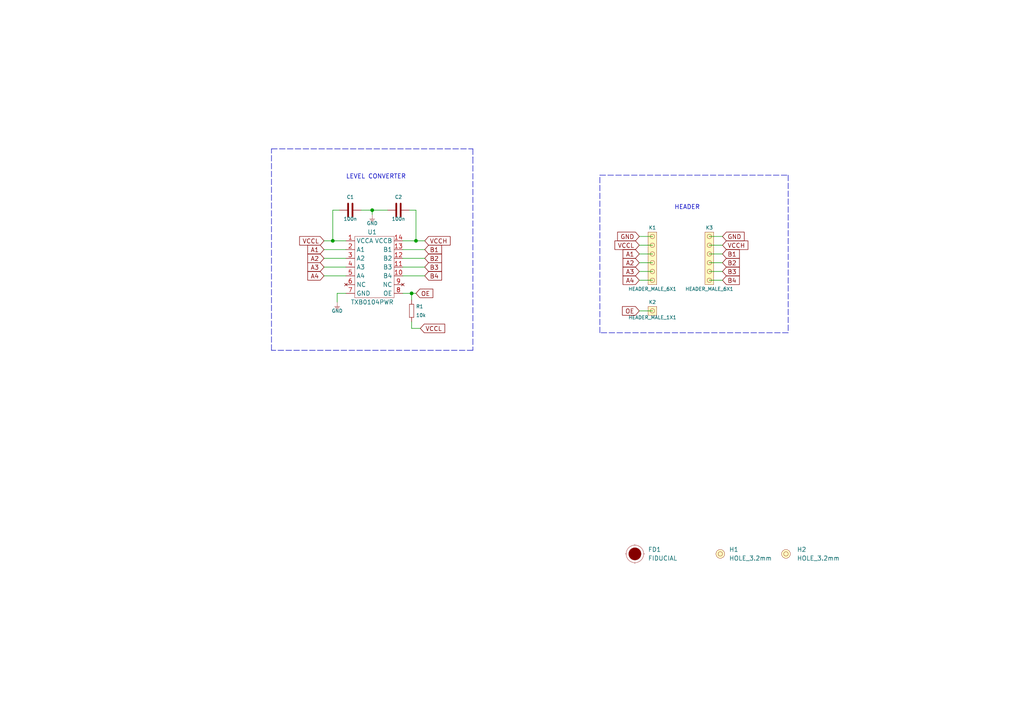
<source format=kicad_sch>
(kicad_sch (version 20211123) (generator eeschema)

  (uuid b92d3455-ff43-4e94-9eb5-f7f5d82b6c94)

  (paper "A4")

  (title_block
    (title "IC level converter")
    (date "2021-04-21")
    (rev "v1.0.0.")
    (company "SOLDERED")
    (comment 1 "333095")
  )

  (lib_symbols
    (symbol "e-radionica.com schematics:0603C" (pin_numbers hide) (pin_names (offset 0.002)) (in_bom yes) (on_board yes)
      (property "Reference" "C" (id 0) (at -0.635 3.175 0)
        (effects (font (size 1 1)))
      )
      (property "Value" "0603C" (id 1) (at 0 -3.175 0)
        (effects (font (size 1 1)))
      )
      (property "Footprint" "e-radionica.com footprinti:0603C" (id 2) (at 0 0 0)
        (effects (font (size 1 1)) hide)
      )
      (property "Datasheet" "" (id 3) (at 0 0 0)
        (effects (font (size 1 1)) hide)
      )
      (symbol "0603C_0_1"
        (polyline
          (pts
            (xy -0.635 1.905)
            (xy -0.635 -1.905)
          )
          (stroke (width 0.5) (type default) (color 0 0 0 0))
          (fill (type none))
        )
        (polyline
          (pts
            (xy 0.635 1.905)
            (xy 0.635 -1.905)
          )
          (stroke (width 0.5) (type default) (color 0 0 0 0))
          (fill (type none))
        )
      )
      (symbol "0603C_1_1"
        (pin passive line (at -3.175 0 0) (length 2.54)
          (name "~" (effects (font (size 1.27 1.27))))
          (number "1" (effects (font (size 1.27 1.27))))
        )
        (pin passive line (at 3.175 0 180) (length 2.54)
          (name "~" (effects (font (size 1.27 1.27))))
          (number "2" (effects (font (size 1.27 1.27))))
        )
      )
    )
    (symbol "e-radionica.com schematics:0603R" (pin_numbers hide) (pin_names (offset 0.254)) (in_bom yes) (on_board yes)
      (property "Reference" "R" (id 0) (at -1.905 1.905 0)
        (effects (font (size 1 1)))
      )
      (property "Value" "0603R" (id 1) (at 0 -1.905 0)
        (effects (font (size 1 1)))
      )
      (property "Footprint" "e-radionica.com footprinti:0603R" (id 2) (at -0.635 1.905 0)
        (effects (font (size 1 1)) hide)
      )
      (property "Datasheet" "" (id 3) (at -0.635 1.905 0)
        (effects (font (size 1 1)) hide)
      )
      (symbol "0603R_0_1"
        (rectangle (start -1.905 -0.635) (end 1.905 -0.6604)
          (stroke (width 0.1) (type default) (color 0 0 0 0))
          (fill (type none))
        )
        (rectangle (start -1.905 0.635) (end -1.8796 -0.635)
          (stroke (width 0.1) (type default) (color 0 0 0 0))
          (fill (type none))
        )
        (rectangle (start -1.905 0.635) (end 1.905 0.6096)
          (stroke (width 0.1) (type default) (color 0 0 0 0))
          (fill (type none))
        )
        (rectangle (start 1.905 0.635) (end 1.9304 -0.635)
          (stroke (width 0.1) (type default) (color 0 0 0 0))
          (fill (type none))
        )
      )
      (symbol "0603R_1_1"
        (pin passive line (at -3.175 0 0) (length 1.27)
          (name "~" (effects (font (size 1.27 1.27))))
          (number "1" (effects (font (size 1.27 1.27))))
        )
        (pin passive line (at 3.175 0 180) (length 1.27)
          (name "~" (effects (font (size 1.27 1.27))))
          (number "2" (effects (font (size 1.27 1.27))))
        )
      )
    )
    (symbol "e-radionica.com schematics:FIDUCIAL" (in_bom yes) (on_board yes)
      (property "Reference" "FD" (id 0) (at 0 3.81 0)
        (effects (font (size 1.27 1.27)))
      )
      (property "Value" "FIDUCIAL" (id 1) (at 0 -3.81 0)
        (effects (font (size 1.27 1.27)))
      )
      (property "Footprint" "e-radionica.com footprinti:FIDUCIAL_23" (id 2) (at 0.254 -5.334 0)
        (effects (font (size 1.27 1.27)) hide)
      )
      (property "Datasheet" "" (id 3) (at 0 0 0)
        (effects (font (size 1.27 1.27)) hide)
      )
      (symbol "FIDUCIAL_0_1"
        (polyline
          (pts
            (xy -2.54 0)
            (xy -2.794 0)
          )
          (stroke (width 0.0006) (type default) (color 0 0 0 0))
          (fill (type none))
        )
        (polyline
          (pts
            (xy 0 -2.54)
            (xy 0 -2.794)
          )
          (stroke (width 0.0006) (type default) (color 0 0 0 0))
          (fill (type none))
        )
        (polyline
          (pts
            (xy 0 2.54)
            (xy 0 2.794)
          )
          (stroke (width 0.0006) (type default) (color 0 0 0 0))
          (fill (type none))
        )
        (polyline
          (pts
            (xy 2.54 0)
            (xy 2.794 0)
          )
          (stroke (width 0.0006) (type default) (color 0 0 0 0))
          (fill (type none))
        )
        (circle (center 0 0) (radius 1.7961)
          (stroke (width 0.001) (type default) (color 0 0 0 0))
          (fill (type outline))
        )
        (circle (center 0 0) (radius 2.54)
          (stroke (width 0.0006) (type default) (color 0 0 0 0))
          (fill (type none))
        )
      )
    )
    (symbol "e-radionica.com schematics:GND" (power) (pin_names (offset 0)) (in_bom yes) (on_board yes)
      (property "Reference" "#PWR" (id 0) (at 4.445 0 0)
        (effects (font (size 1 1)) hide)
      )
      (property "Value" "GND" (id 1) (at 0 -2.921 0)
        (effects (font (size 1 1)))
      )
      (property "Footprint" "" (id 2) (at 4.445 3.81 0)
        (effects (font (size 1 1)) hide)
      )
      (property "Datasheet" "" (id 3) (at 4.445 3.81 0)
        (effects (font (size 1 1)) hide)
      )
      (property "ki_keywords" "power-flag" (id 4) (at 0 0 0)
        (effects (font (size 1.27 1.27)) hide)
      )
      (property "ki_description" "Power symbol creates a global label with name \"+3V3\"" (id 5) (at 0 0 0)
        (effects (font (size 1.27 1.27)) hide)
      )
      (symbol "GND_0_1"
        (polyline
          (pts
            (xy -0.762 -1.27)
            (xy 0.762 -1.27)
          )
          (stroke (width 0.0006) (type default) (color 0 0 0 0))
          (fill (type none))
        )
        (polyline
          (pts
            (xy -0.635 -1.524)
            (xy 0.635 -1.524)
          )
          (stroke (width 0.0006) (type default) (color 0 0 0 0))
          (fill (type none))
        )
        (polyline
          (pts
            (xy -0.381 -1.778)
            (xy 0.381 -1.778)
          )
          (stroke (width 0.0006) (type default) (color 0 0 0 0))
          (fill (type none))
        )
        (polyline
          (pts
            (xy -0.127 -2.032)
            (xy 0.127 -2.032)
          )
          (stroke (width 0.0006) (type default) (color 0 0 0 0))
          (fill (type none))
        )
        (polyline
          (pts
            (xy 0 0)
            (xy 0 -1.27)
          )
          (stroke (width 0.0006) (type default) (color 0 0 0 0))
          (fill (type none))
        )
      )
      (symbol "GND_1_1"
        (pin power_in line (at 0 0 270) (length 0) hide
          (name "GND" (effects (font (size 1.27 1.27))))
          (number "1" (effects (font (size 1.27 1.27))))
        )
      )
    )
    (symbol "e-radionica.com schematics:HEADER_MALE_1X1" (pin_numbers hide) (pin_names hide) (in_bom yes) (on_board yes)
      (property "Reference" "K" (id 0) (at -0.635 2.54 0)
        (effects (font (size 1 1)))
      )
      (property "Value" "HEADER_MALE_1X1" (id 1) (at 0 -2.54 0)
        (effects (font (size 1 1)))
      )
      (property "Footprint" "e-radionica.com footprinti:HEADER_MALE_1X1" (id 2) (at 0 0 0)
        (effects (font (size 1 1)) hide)
      )
      (property "Datasheet" "" (id 3) (at 0 0 0)
        (effects (font (size 1 1)) hide)
      )
      (symbol "HEADER_MALE_1X1_0_1"
        (rectangle (start -1.27 1.27) (end 1.27 -1.27)
          (stroke (width 0.001) (type default) (color 0 0 0 0))
          (fill (type background))
        )
        (circle (center 0 0) (radius 0.635)
          (stroke (width 0.0006) (type default) (color 0 0 0 0))
          (fill (type none))
        )
      )
      (symbol "HEADER_MALE_1X1_1_1"
        (pin passive line (at 0 0 180) (length 0)
          (name "~" (effects (font (size 1 1))))
          (number "1" (effects (font (size 1 1))))
        )
      )
    )
    (symbol "e-radionica.com schematics:HEADER_MALE_6X1" (pin_numbers hide) (pin_names hide) (in_bom yes) (on_board yes)
      (property "Reference" "K" (id 0) (at -0.635 10.16 0)
        (effects (font (size 1 1)))
      )
      (property "Value" "HEADER_MALE_6X1" (id 1) (at 1.27 -7.62 0)
        (effects (font (size 1 1)))
      )
      (property "Footprint" "e-radionica.com footprinti:HEADER_MALE_6X1" (id 2) (at 0 0 0)
        (effects (font (size 1 1)) hide)
      )
      (property "Datasheet" "" (id 3) (at 0 0 0)
        (effects (font (size 1 1)) hide)
      )
      (symbol "HEADER_MALE_6X1_0_1"
        (circle (center 0 -5.08) (radius 0.635)
          (stroke (width 0.0006) (type default) (color 0 0 0 0))
          (fill (type none))
        )
        (circle (center 0 -2.54) (radius 0.635)
          (stroke (width 0.0006) (type default) (color 0 0 0 0))
          (fill (type none))
        )
        (circle (center 0 0) (radius 0.635)
          (stroke (width 0.0006) (type default) (color 0 0 0 0))
          (fill (type none))
        )
        (circle (center 0 2.54) (radius 0.635)
          (stroke (width 0.0006) (type default) (color 0 0 0 0))
          (fill (type none))
        )
        (circle (center 0 5.08) (radius 0.635)
          (stroke (width 0.0006) (type default) (color 0 0 0 0))
          (fill (type none))
        )
        (circle (center 0 7.62) (radius 0.635)
          (stroke (width 0.0006) (type default) (color 0 0 0 0))
          (fill (type none))
        )
        (rectangle (start 1.27 -6.35) (end -1.27 8.89)
          (stroke (width 0.001) (type default) (color 0 0 0 0))
          (fill (type background))
        )
      )
      (symbol "HEADER_MALE_6X1_1_1"
        (pin passive line (at 0 -5.08 180) (length 0)
          (name "~" (effects (font (size 0.991 0.991))))
          (number "1" (effects (font (size 0.991 0.991))))
        )
        (pin passive line (at 0 -2.54 180) (length 0)
          (name "~" (effects (font (size 0.991 0.991))))
          (number "2" (effects (font (size 0.991 0.991))))
        )
        (pin passive line (at 0 0 180) (length 0)
          (name "~" (effects (font (size 0.991 0.991))))
          (number "3" (effects (font (size 0.991 0.991))))
        )
        (pin passive line (at 0 2.54 180) (length 0)
          (name "~" (effects (font (size 0.991 0.991))))
          (number "4" (effects (font (size 0.991 0.991))))
        )
        (pin passive line (at 0 5.08 180) (length 0)
          (name "~" (effects (font (size 0.991 0.991))))
          (number "5" (effects (font (size 0.991 0.991))))
        )
        (pin passive line (at 0 7.62 180) (length 0)
          (name "~" (effects (font (size 0.991 0.991))))
          (number "6" (effects (font (size 0.991 0.991))))
        )
      )
    )
    (symbol "e-radionica.com schematics:HOLE_3.2mm" (pin_numbers hide) (pin_names hide) (in_bom yes) (on_board yes)
      (property "Reference" "H" (id 0) (at 0 2.54 0)
        (effects (font (size 1.27 1.27)))
      )
      (property "Value" "HOLE_3.2mm" (id 1) (at 0 -2.54 0)
        (effects (font (size 1.27 1.27)))
      )
      (property "Footprint" "e-radionica.com footprinti:HOLE_3.2mm" (id 2) (at 0 0 0)
        (effects (font (size 1.27 1.27)) hide)
      )
      (property "Datasheet" "" (id 3) (at 0 0 0)
        (effects (font (size 1.27 1.27)) hide)
      )
      (symbol "HOLE_3.2mm_0_1"
        (circle (center 0 0) (radius 0.635)
          (stroke (width 0.0006) (type default) (color 0 0 0 0))
          (fill (type none))
        )
        (circle (center 0 0) (radius 1.27)
          (stroke (width 0.001) (type default) (color 0 0 0 0))
          (fill (type background))
        )
      )
    )
    (symbol "e-radionica.com schematics:TXB0104QPWRQ1" (in_bom yes) (on_board yes)
      (property "Reference" "U" (id 0) (at 0 8.89 0)
        (effects (font (size 1.27 1.27)))
      )
      (property "Value" "TXB0104QPWRQ1" (id 1) (at 0 -11.43 0)
        (effects (font (size 1.27 1.27)))
      )
      (property "Footprint" "e-radionica.com footprinti:TXB0104QPWRQ1" (id 2) (at 0 -13.97 0)
        (effects (font (size 1.27 1.27)) hide)
      )
      (property "Datasheet" "" (id 3) (at 0 0 0)
        (effects (font (size 1.27 1.27)) hide)
      )
      (symbol "TXB0104QPWRQ1_0_1"
        (rectangle (start -5.08 7.62) (end 6.35 -10.16)
          (stroke (width 0.0006) (type default) (color 0 0 0 0))
          (fill (type none))
        )
      )
      (symbol "TXB0104QPWRQ1_1_1"
        (pin power_in line (at -7.62 6.35 0) (length 2.54)
          (name "VCCA" (effects (font (size 1.27 1.27))))
          (number "1" (effects (font (size 1.27 1.27))))
        )
        (pin passive line (at 8.89 -3.81 180) (length 2.54)
          (name "B4" (effects (font (size 1.27 1.27))))
          (number "10" (effects (font (size 1.27 1.27))))
        )
        (pin passive line (at 8.89 -1.27 180) (length 2.54)
          (name "B3" (effects (font (size 1.27 1.27))))
          (number "11" (effects (font (size 1.27 1.27))))
        )
        (pin passive line (at 8.89 1.27 180) (length 2.54)
          (name "B2" (effects (font (size 1.27 1.27))))
          (number "12" (effects (font (size 1.27 1.27))))
        )
        (pin passive line (at 8.89 3.81 180) (length 2.54)
          (name "B1" (effects (font (size 1.27 1.27))))
          (number "13" (effects (font (size 1.27 1.27))))
        )
        (pin power_out line (at 8.89 6.35 180) (length 2.54)
          (name "VCCB" (effects (font (size 1.27 1.27))))
          (number "14" (effects (font (size 1.27 1.27))))
        )
        (pin passive line (at -7.62 3.81 0) (length 2.54)
          (name "A1" (effects (font (size 1.27 1.27))))
          (number "2" (effects (font (size 1.27 1.27))))
        )
        (pin passive line (at -7.62 1.27 0) (length 2.54)
          (name "A2" (effects (font (size 1.27 1.27))))
          (number "3" (effects (font (size 1.27 1.27))))
        )
        (pin passive line (at -7.62 -1.27 0) (length 2.54)
          (name "A3" (effects (font (size 1.27 1.27))))
          (number "4" (effects (font (size 1.27 1.27))))
        )
        (pin passive line (at -7.62 -3.81 0) (length 2.54)
          (name "A4" (effects (font (size 1.27 1.27))))
          (number "5" (effects (font (size 1.27 1.27))))
        )
        (pin no_connect line (at -7.62 -6.35 0) (length 2.54)
          (name "NC" (effects (font (size 1.27 1.27))))
          (number "6" (effects (font (size 1.27 1.27))))
        )
        (pin passive line (at -7.62 -8.89 0) (length 2.54)
          (name "GND" (effects (font (size 1.27 1.27))))
          (number "7" (effects (font (size 1.27 1.27))))
        )
        (pin passive line (at 8.89 -8.89 180) (length 2.54)
          (name "OE" (effects (font (size 1.27 1.27))))
          (number "8" (effects (font (size 1.27 1.27))))
        )
        (pin no_connect line (at 8.89 -6.35 180) (length 2.54)
          (name "NC" (effects (font (size 1.27 1.27))))
          (number "9" (effects (font (size 1.27 1.27))))
        )
      )
    )
  )

  (junction (at 107.95 60.96) (diameter 0.9144) (color 0 0 0 0)
    (uuid 2d6db888-4e40-41c8-b701-07170fc894bc)
  )
  (junction (at 120.65 69.85) (diameter 0.9144) (color 0 0 0 0)
    (uuid 5528bcad-2950-4673-90eb-c37e6952c475)
  )
  (junction (at 96.52 69.85) (diameter 0.9144) (color 0 0 0 0)
    (uuid 66043bca-a260-4915-9fce-8a51d324c687)
  )
  (junction (at 119.38 85.09) (diameter 0.9144) (color 0 0 0 0)
    (uuid 7bbf981c-a063-4e30-8911-e4228e1c0743)
  )

  (wire (pts (xy 118.745 60.96) (xy 120.65 60.96))
    (stroke (width 0) (type solid) (color 0 0 0 0))
    (uuid 08037e00-239d-44e0-ac5b-47db2a8353af)
  )
  (wire (pts (xy 120.65 60.96) (xy 120.65 69.85))
    (stroke (width 0) (type solid) (color 0 0 0 0))
    (uuid 08037e00-239d-44e0-ac5b-47db2a8353b0)
  )
  (wire (pts (xy 185.42 78.74) (xy 189.23 78.74))
    (stroke (width 0) (type solid) (color 0 0 0 0))
    (uuid 0d2a2b8e-9bbe-43a5-8da1-420d39b3b54e)
  )
  (wire (pts (xy 119.38 93.345) (xy 119.38 95.25))
    (stroke (width 0) (type solid) (color 0 0 0 0))
    (uuid 0d6f86c1-924f-4cc9-8be3-d97e13daf9ad)
  )
  (wire (pts (xy 205.74 71.12) (xy 209.55 71.12))
    (stroke (width 0) (type solid) (color 0 0 0 0))
    (uuid 1a7a8465-18b0-4c53-8328-7c10608db5a9)
  )
  (wire (pts (xy 96.52 60.96) (xy 98.425 60.96))
    (stroke (width 0) (type solid) (color 0 0 0 0))
    (uuid 1a87c123-a658-4098-b2c1-cc9cc8ecd348)
  )
  (wire (pts (xy 93.98 77.47) (xy 100.33 77.47))
    (stroke (width 0) (type solid) (color 0 0 0 0))
    (uuid 202633ac-e6e7-4f46-a760-390c99b04637)
  )
  (polyline (pts (xy 78.74 43.18) (xy 137.16 43.18))
    (stroke (width 0) (type dash) (color 0 0 0 0))
    (uuid 21a542c6-5454-4e12-9abd-f343748beabd)
  )
  (polyline (pts (xy 78.74 101.6) (xy 78.74 43.18))
    (stroke (width 0) (type dash) (color 0 0 0 0))
    (uuid 21a542c6-5454-4e12-9abd-f343748beabe)
  )
  (polyline (pts (xy 137.16 43.18) (xy 137.16 45.72))
    (stroke (width 0) (type dash) (color 0 0 0 0))
    (uuid 21a542c6-5454-4e12-9abd-f343748beabf)
  )
  (polyline (pts (xy 137.16 45.72) (xy 137.16 101.6))
    (stroke (width 0) (type dash) (color 0 0 0 0))
    (uuid 21a542c6-5454-4e12-9abd-f343748beac0)
  )
  (polyline (pts (xy 137.16 101.6) (xy 78.74 101.6))
    (stroke (width 0) (type dash) (color 0 0 0 0))
    (uuid 21a542c6-5454-4e12-9abd-f343748beac1)
  )

  (wire (pts (xy 116.84 74.93) (xy 123.19 74.93))
    (stroke (width 0) (type solid) (color 0 0 0 0))
    (uuid 267a8733-f9a3-432f-940b-edefd826fb63)
  )
  (wire (pts (xy 116.84 77.47) (xy 123.19 77.47))
    (stroke (width 0) (type solid) (color 0 0 0 0))
    (uuid 2c7a98c1-0bca-422e-8af8-bee489b8d492)
  )
  (wire (pts (xy 97.79 85.09) (xy 97.79 87.63))
    (stroke (width 0) (type solid) (color 0 0 0 0))
    (uuid 2d704423-3b15-4e20-a692-567ed9c66bf3)
  )
  (wire (pts (xy 100.33 85.09) (xy 97.79 85.09))
    (stroke (width 0) (type solid) (color 0 0 0 0))
    (uuid 2d704423-3b15-4e20-a692-567ed9c66bf4)
  )
  (wire (pts (xy 104.775 60.96) (xy 107.95 60.96))
    (stroke (width 0) (type solid) (color 0 0 0 0))
    (uuid 32856f45-ff00-4e47-b23c-3b7a07ec3952)
  )
  (wire (pts (xy 185.42 68.58) (xy 189.23 68.58))
    (stroke (width 0) (type solid) (color 0 0 0 0))
    (uuid 3cfdce38-9279-4873-a40d-5d81f0a312d5)
  )
  (wire (pts (xy 93.98 72.39) (xy 100.33 72.39))
    (stroke (width 0) (type solid) (color 0 0 0 0))
    (uuid 4551dd1e-f383-49fb-822d-382bcc5ba079)
  )
  (wire (pts (xy 116.84 69.85) (xy 120.65 69.85))
    (stroke (width 0) (type solid) (color 0 0 0 0))
    (uuid 4ba19037-dfb3-468c-b125-1369432d3173)
  )
  (wire (pts (xy 120.65 69.85) (xy 123.19 69.85))
    (stroke (width 0) (type solid) (color 0 0 0 0))
    (uuid 4ba19037-dfb3-468c-b125-1369432d3174)
  )
  (wire (pts (xy 93.98 74.93) (xy 100.33 74.93))
    (stroke (width 0) (type solid) (color 0 0 0 0))
    (uuid 4c401285-a8cc-4d34-88a5-e98994a5550d)
  )
  (wire (pts (xy 107.95 60.96) (xy 107.95 62.23))
    (stroke (width 0) (type solid) (color 0 0 0 0))
    (uuid 4cb46c2b-2130-453b-96a4-4b761a87bee2)
  )
  (wire (pts (xy 112.395 60.96) (xy 107.95 60.96))
    (stroke (width 0) (type solid) (color 0 0 0 0))
    (uuid 4cb46c2b-2130-453b-96a4-4b761a87bee3)
  )
  (wire (pts (xy 116.84 72.39) (xy 123.19 72.39))
    (stroke (width 0) (type solid) (color 0 0 0 0))
    (uuid 57b04498-b57a-4831-8cc8-dda9f822e87a)
  )
  (wire (pts (xy 96.52 69.85) (xy 100.33 69.85))
    (stroke (width 0) (type solid) (color 0 0 0 0))
    (uuid 60db580b-d63e-4f88-b96e-76e97acd174e)
  )
  (wire (pts (xy 205.74 68.58) (xy 209.55 68.58))
    (stroke (width 0) (type solid) (color 0 0 0 0))
    (uuid 6992a737-d864-44cf-8439-cfd781176884)
  )
  (wire (pts (xy 185.42 76.2) (xy 189.23 76.2))
    (stroke (width 0) (type solid) (color 0 0 0 0))
    (uuid 859da3d2-62a9-41ac-bc4f-4544c473efa7)
  )
  (wire (pts (xy 93.98 80.01) (xy 100.33 80.01))
    (stroke (width 0) (type solid) (color 0 0 0 0))
    (uuid 8614b4e7-7aef-4756-9422-20768361d933)
  )
  (wire (pts (xy 116.84 85.09) (xy 119.38 85.09))
    (stroke (width 0) (type solid) (color 0 0 0 0))
    (uuid 86e0c7ac-fc8e-4ad0-af0d-9d04646af318)
  )
  (wire (pts (xy 119.38 85.09) (xy 119.38 86.995))
    (stroke (width 0) (type solid) (color 0 0 0 0))
    (uuid 86e0c7ac-fc8e-4ad0-af0d-9d04646af319)
  )
  (wire (pts (xy 185.42 73.66) (xy 189.23 73.66))
    (stroke (width 0) (type solid) (color 0 0 0 0))
    (uuid 9b92b5db-8291-4cce-9aeb-c7ba44e5d954)
  )
  (wire (pts (xy 119.38 85.09) (xy 120.65 85.09))
    (stroke (width 0) (type solid) (color 0 0 0 0))
    (uuid 9d2b7cfb-8182-4760-b5f9-47afa45c758c)
  )
  (wire (pts (xy 119.38 95.25) (xy 121.92 95.25))
    (stroke (width 0) (type solid) (color 0 0 0 0))
    (uuid 9eeae554-4ea4-40e3-a8f7-34040b634a27)
  )
  (wire (pts (xy 205.74 78.74) (xy 209.55 78.74))
    (stroke (width 0) (type solid) (color 0 0 0 0))
    (uuid af9d1d60-4320-4da0-94b8-832995557ddc)
  )
  (wire (pts (xy 205.74 76.2) (xy 209.55 76.2))
    (stroke (width 0) (type solid) (color 0 0 0 0))
    (uuid b50a352c-008d-4418-9296-4ec10dcea641)
  )
  (polyline (pts (xy 173.99 50.8) (xy 228.6 50.8))
    (stroke (width 0) (type dash) (color 0 0 0 0))
    (uuid c33f8c79-ce85-4a1d-845b-5efd21ec0d6c)
  )
  (polyline (pts (xy 173.99 96.52) (xy 173.99 50.8))
    (stroke (width 0) (type dash) (color 0 0 0 0))
    (uuid c33f8c79-ce85-4a1d-845b-5efd21ec0d6d)
  )
  (polyline (pts (xy 228.6 50.8) (xy 228.6 96.52))
    (stroke (width 0) (type dash) (color 0 0 0 0))
    (uuid c33f8c79-ce85-4a1d-845b-5efd21ec0d6e)
  )
  (polyline (pts (xy 228.6 96.52) (xy 173.99 96.52))
    (stroke (width 0) (type dash) (color 0 0 0 0))
    (uuid c33f8c79-ce85-4a1d-845b-5efd21ec0d6f)
  )

  (wire (pts (xy 205.74 73.66) (xy 209.55 73.66))
    (stroke (width 0) (type solid) (color 0 0 0 0))
    (uuid c662a511-65a5-4706-b3a7-134ecaf204d8)
  )
  (wire (pts (xy 116.84 80.01) (xy 123.19 80.01))
    (stroke (width 0) (type solid) (color 0 0 0 0))
    (uuid ca1196e8-6333-4871-8e4c-602f76336079)
  )
  (wire (pts (xy 185.42 71.12) (xy 189.23 71.12))
    (stroke (width 0) (type solid) (color 0 0 0 0))
    (uuid ca2ab8ff-6fbf-4aa3-97e8-b56999720c23)
  )
  (wire (pts (xy 185.42 90.17) (xy 189.23 90.17))
    (stroke (width 0) (type solid) (color 0 0 0 0))
    (uuid dccb9578-e735-4e8f-8c88-3a4c084ad192)
  )
  (wire (pts (xy 205.74 81.28) (xy 209.55 81.28))
    (stroke (width 0) (type solid) (color 0 0 0 0))
    (uuid e9392ccc-df5d-4e19-8a16-32bd02b07a6e)
  )
  (wire (pts (xy 96.52 60.96) (xy 96.52 69.85))
    (stroke (width 0) (type solid) (color 0 0 0 0))
    (uuid fb1480f1-695c-468d-85b4-591bd2711a5e)
  )
  (wire (pts (xy 96.52 69.85) (xy 93.98 69.85))
    (stroke (width 0) (type solid) (color 0 0 0 0))
    (uuid fb1480f1-695c-468d-85b4-591bd2711a5f)
  )
  (wire (pts (xy 185.42 81.28) (xy 189.23 81.28))
    (stroke (width 0) (type solid) (color 0 0 0 0))
    (uuid fc7e881b-0b33-48f3-ad9c-49824c18d085)
  )

  (text "HEADER" (at 195.58 60.96 0)
    (effects (font (size 1.27 1.27)) (justify left bottom))
    (uuid 92078b2f-8484-4cfa-8955-6027603b9f21)
  )
  (text "LEVEL CONVERTER" (at 100.33 52.07 0)
    (effects (font (size 1.27 1.27)) (justify left bottom))
    (uuid eff462b6-895e-4bef-9733-2aae7d032f07)
  )

  (global_label "A4" (shape input) (at 93.98 80.01 180)
    (effects (font (size 1.27 1.27)) (justify right))
    (uuid 2219c41e-8ef5-4d1f-bc4b-46f87a4c081b)
    (property "Intersheet References" "${INTERSHEET_REFS}" (id 0) (at 87.7448 79.9306 0)
      (effects (font (size 1.27 1.27)) (justify right) hide)
    )
  )
  (global_label "B3" (shape input) (at 123.19 77.47 0)
    (effects (font (size 1.27 1.27)) (justify left))
    (uuid 349ee487-1783-4f62-8eb0-469a4fd66cb5)
    (property "Intersheet References" "${INTERSHEET_REFS}" (id 0) (at 129.6066 77.3906 0)
      (effects (font (size 1.27 1.27)) (justify left) hide)
    )
  )
  (global_label "VCCH" (shape input) (at 209.55 71.12 0)
    (effects (font (size 1.27 1.27)) (justify left))
    (uuid 3a656b04-2b44-40ce-9953-876211996fc8)
    (property "Intersheet References" "${INTERSHEET_REFS}" (id 0) (at 218.4461 71.0406 0)
      (effects (font (size 1.27 1.27)) (justify left) hide)
    )
  )
  (global_label "A3" (shape input) (at 185.42 78.74 180)
    (effects (font (size 1.27 1.27)) (justify right))
    (uuid 4544eb3d-ab4c-4df8-bd1e-b7d8b8f7c497)
    (property "Intersheet References" "${INTERSHEET_REFS}" (id 0) (at 179.1848 78.6606 0)
      (effects (font (size 1.27 1.27)) (justify right) hide)
    )
  )
  (global_label "VCCL" (shape input) (at 93.98 69.85 180)
    (effects (font (size 1.27 1.27)) (justify right))
    (uuid 577863d0-9467-4dd6-a757-8caec4db228e)
    (property "Intersheet References" "${INTERSHEET_REFS}" (id 0) (at 85.3862 69.7706 0)
      (effects (font (size 1.27 1.27)) (justify right) hide)
    )
  )
  (global_label "B3" (shape input) (at 209.55 78.74 0)
    (effects (font (size 1.27 1.27)) (justify left))
    (uuid 5ba72a34-69ab-4dd7-ac08-4fc10be23708)
    (property "Intersheet References" "${INTERSHEET_REFS}" (id 0) (at 215.9666 78.6606 0)
      (effects (font (size 1.27 1.27)) (justify left) hide)
    )
  )
  (global_label "B4" (shape input) (at 123.19 80.01 0)
    (effects (font (size 1.27 1.27)) (justify left))
    (uuid 5ca717f8-0eb4-4d8f-9690-c0235df247d4)
    (property "Intersheet References" "${INTERSHEET_REFS}" (id 0) (at 129.6066 79.9306 0)
      (effects (font (size 1.27 1.27)) (justify left) hide)
    )
  )
  (global_label "OE" (shape input) (at 120.65 85.09 0)
    (effects (font (size 1.27 1.27)) (justify left))
    (uuid 5cdc9145-b66f-4c58-af5e-e45498fc350e)
    (property "Intersheet References" "${INTERSHEET_REFS}" (id 0) (at 127.0666 85.0106 0)
      (effects (font (size 1.27 1.27)) (justify left) hide)
    )
  )
  (global_label "GND" (shape input) (at 185.42 68.58 180)
    (effects (font (size 1.27 1.27)) (justify right))
    (uuid 629b68fd-a11e-4218-a985-b030ce409f9c)
    (property "Intersheet References" "${INTERSHEET_REFS}" (id 0) (at 177.6124 68.6594 0)
      (effects (font (size 1.27 1.27)) (justify right) hide)
    )
  )
  (global_label "A2" (shape input) (at 185.42 76.2 180)
    (effects (font (size 1.27 1.27)) (justify right))
    (uuid 6aacb6da-41da-40d0-8eb7-3cc2a8ba1e7f)
    (property "Intersheet References" "${INTERSHEET_REFS}" (id 0) (at 179.1848 76.1206 0)
      (effects (font (size 1.27 1.27)) (justify right) hide)
    )
  )
  (global_label "B2" (shape input) (at 123.19 74.93 0)
    (effects (font (size 1.27 1.27)) (justify left))
    (uuid 773ec75f-1efc-4309-aede-1f824e54d184)
    (property "Intersheet References" "${INTERSHEET_REFS}" (id 0) (at 129.6066 74.8506 0)
      (effects (font (size 1.27 1.27)) (justify left) hide)
    )
  )
  (global_label "B4" (shape input) (at 209.55 81.28 0)
    (effects (font (size 1.27 1.27)) (justify left))
    (uuid 8301a2e1-6bb9-465c-af3a-7c322c50fccd)
    (property "Intersheet References" "${INTERSHEET_REFS}" (id 0) (at 215.9666 81.2006 0)
      (effects (font (size 1.27 1.27)) (justify left) hide)
    )
  )
  (global_label "B2" (shape input) (at 209.55 76.2 0)
    (effects (font (size 1.27 1.27)) (justify left))
    (uuid 89ae776d-cc52-45a9-834b-9b3b09040d53)
    (property "Intersheet References" "${INTERSHEET_REFS}" (id 0) (at 215.9666 76.1206 0)
      (effects (font (size 1.27 1.27)) (justify left) hide)
    )
  )
  (global_label "B1" (shape input) (at 209.55 73.66 0)
    (effects (font (size 1.27 1.27)) (justify left))
    (uuid 8b1a3698-8bfa-44f6-a745-bd409de072af)
    (property "Intersheet References" "${INTERSHEET_REFS}" (id 0) (at 215.9666 73.5806 0)
      (effects (font (size 1.27 1.27)) (justify left) hide)
    )
  )
  (global_label "VCCL" (shape input) (at 185.42 71.12 180)
    (effects (font (size 1.27 1.27)) (justify right))
    (uuid 8da2f5c5-0291-4681-8099-272450c79568)
    (property "Intersheet References" "${INTERSHEET_REFS}" (id 0) (at 176.8262 71.0406 0)
      (effects (font (size 1.27 1.27)) (justify right) hide)
    )
  )
  (global_label "VCCL" (shape input) (at 121.92 95.25 0)
    (effects (font (size 1.27 1.27)) (justify left))
    (uuid 91cf1ed4-572b-4148-8f4c-be7d70b0f9df)
    (property "Intersheet References" "${INTERSHEET_REFS}" (id 0) (at 130.5138 95.3294 0)
      (effects (font (size 1.27 1.27)) (justify left) hide)
    )
  )
  (global_label "A2" (shape input) (at 93.98 74.93 180)
    (effects (font (size 1.27 1.27)) (justify right))
    (uuid 99daf828-034c-442a-a2dc-203e61a36205)
    (property "Intersheet References" "${INTERSHEET_REFS}" (id 0) (at 87.7448 74.8506 0)
      (effects (font (size 1.27 1.27)) (justify right) hide)
    )
  )
  (global_label "B1" (shape input) (at 123.19 72.39 0)
    (effects (font (size 1.27 1.27)) (justify left))
    (uuid a3f38751-9b43-4b0c-8f86-233d09957a68)
    (property "Intersheet References" "${INTERSHEET_REFS}" (id 0) (at 129.6066 72.3106 0)
      (effects (font (size 1.27 1.27)) (justify left) hide)
    )
  )
  (global_label "VCCH" (shape input) (at 123.19 69.85 0)
    (effects (font (size 1.27 1.27)) (justify left))
    (uuid a7ee79a0-abe4-45f8-a120-49c5991acd8a)
    (property "Intersheet References" "${INTERSHEET_REFS}" (id 0) (at 132.0861 69.7706 0)
      (effects (font (size 1.27 1.27)) (justify left) hide)
    )
  )
  (global_label "GND" (shape input) (at 209.55 68.58 0)
    (effects (font (size 1.27 1.27)) (justify left))
    (uuid b4e2c7ea-a1de-498c-9bf8-30c9991b42e2)
    (property "Intersheet References" "${INTERSHEET_REFS}" (id 0) (at 217.3576 68.5006 0)
      (effects (font (size 1.27 1.27)) (justify left) hide)
    )
  )
  (global_label "A3" (shape input) (at 93.98 77.47 180)
    (effects (font (size 1.27 1.27)) (justify right))
    (uuid b5ff50d2-7b29-4177-b2f7-a1d4ae7751b9)
    (property "Intersheet References" "${INTERSHEET_REFS}" (id 0) (at 87.7448 77.3906 0)
      (effects (font (size 1.27 1.27)) (justify right) hide)
    )
  )
  (global_label "OE" (shape input) (at 185.42 90.17 180)
    (effects (font (size 1.27 1.27)) (justify right))
    (uuid c16022a7-16cb-461e-a2d8-97c38547407c)
    (property "Intersheet References" "${INTERSHEET_REFS}" (id 0) (at 179.0034 90.2494 0)
      (effects (font (size 1.27 1.27)) (justify right) hide)
    )
  )
  (global_label "A1" (shape input) (at 185.42 73.66 180)
    (effects (font (size 1.27 1.27)) (justify right))
    (uuid c757bc98-a55d-4390-858b-4754231ed268)
    (property "Intersheet References" "${INTERSHEET_REFS}" (id 0) (at 179.1848 73.5806 0)
      (effects (font (size 1.27 1.27)) (justify right) hide)
    )
  )
  (global_label "A4" (shape input) (at 185.42 81.28 180)
    (effects (font (size 1.27 1.27)) (justify right))
    (uuid e37339da-b11c-43dc-aa1a-7e03aff76c51)
    (property "Intersheet References" "${INTERSHEET_REFS}" (id 0) (at 179.1848 81.2006 0)
      (effects (font (size 1.27 1.27)) (justify right) hide)
    )
  )
  (global_label "A1" (shape input) (at 93.98 72.39 180)
    (effects (font (size 1.27 1.27)) (justify right))
    (uuid ef73e620-2e0c-4790-94b4-e9fd3442ce9e)
    (property "Intersheet References" "${INTERSHEET_REFS}" (id 0) (at 87.7448 72.3106 0)
      (effects (font (size 1.27 1.27)) (justify right) hide)
    )
  )

  (symbol (lib_id "e-radionica.com schematics:0603C") (at 115.57 60.96 0) (unit 1)
    (in_bom yes) (on_board yes)
    (uuid 15585ec5-00ac-4cec-853c-d450488cfcda)
    (property "Reference" "C2" (id 0) (at 115.57 57.15 0)
      (effects (font (size 1 1)))
    )
    (property "Value" "100n" (id 1) (at 115.57 63.5 0)
      (effects (font (size 1 1)))
    )
    (property "Footprint" "e-radionica.com footprinti:0603C" (id 2) (at 115.57 60.96 0)
      (effects (font (size 1 1)) hide)
    )
    (property "Datasheet" "" (id 3) (at 115.57 60.96 0)
      (effects (font (size 1 1)) hide)
    )
    (pin "1" (uuid c0410316-1bc7-4ee5-ae92-3a2ce9bbc711))
    (pin "2" (uuid fb4c43bb-5b57-47ac-b34a-446def152a74))
  )

  (symbol (lib_id "e-radionica.com schematics:GND") (at 107.95 62.23 0) (unit 1)
    (in_bom yes) (on_board yes)
    (uuid 15ccd8e2-1b1f-4516-8782-de2a939b9ad7)
    (property "Reference" "#PWR02" (id 0) (at 112.395 62.23 0)
      (effects (font (size 1 1)) hide)
    )
    (property "Value" "GND" (id 1) (at 107.95 64.77 0)
      (effects (font (size 1 1)))
    )
    (property "Footprint" "" (id 2) (at 112.395 58.42 0)
      (effects (font (size 1 1)) hide)
    )
    (property "Datasheet" "" (id 3) (at 112.395 58.42 0)
      (effects (font (size 1 1)) hide)
    )
    (pin "1" (uuid 6ddff08c-c804-4f7f-97fb-0168d04526f5))
  )

  (symbol (lib_id "e-radionica.com schematics:HEADER_MALE_6X1") (at 189.23 76.2 0) (unit 1)
    (in_bom yes) (on_board yes)
    (uuid 33e9a83d-336c-4cfd-9d4d-08d8375c0c5c)
    (property "Reference" "K1" (id 0) (at 189.23 66.04 0)
      (effects (font (size 1 1)))
    )
    (property "Value" "HEADER_MALE_6X1" (id 1) (at 189.23 83.82 0)
      (effects (font (size 1 1)))
    )
    (property "Footprint" "e-radionica.com footprinti:HEADER_MALE_6X1" (id 2) (at 189.23 76.2 0)
      (effects (font (size 1 1)) hide)
    )
    (property "Datasheet" "" (id 3) (at 189.23 76.2 0)
      (effects (font (size 1 1)) hide)
    )
    (pin "1" (uuid cbcc797d-5e50-4ca1-adec-345a1f45ec45))
    (pin "2" (uuid 20a8a9c0-2398-4408-862d-c8d197a3d960))
    (pin "3" (uuid babbe0f4-3717-48f8-b1bf-5d850dfcca56))
    (pin "4" (uuid f595d142-bb1b-4916-bd6b-f4b10dca2e76))
    (pin "5" (uuid 26692131-2b52-48d6-bc7e-f2c51408252b))
    (pin "6" (uuid 47378b9f-c7e9-4077-a187-c25a9af830a7))
  )

  (symbol (lib_id "e-radionica.com schematics:FIDUCIAL") (at 184.15 160.655 0) (unit 1)
    (in_bom yes) (on_board yes) (fields_autoplaced)
    (uuid 3914c5fb-2e98-4c97-b412-fc0555f67032)
    (property "Reference" "FD1" (id 0) (at 187.96 159.3849 0)
      (effects (font (size 1.27 1.27)) (justify left))
    )
    (property "Value" "FIDUCIAL" (id 1) (at 187.96 161.9249 0)
      (effects (font (size 1.27 1.27)) (justify left))
    )
    (property "Footprint" "e-radionica.com footprinti:FIDUCIAL_23" (id 2) (at 184.404 165.989 0)
      (effects (font (size 1.27 1.27)) hide)
    )
    (property "Datasheet" "" (id 3) (at 184.15 160.655 0)
      (effects (font (size 1.27 1.27)) hide)
    )
  )

  (symbol (lib_id "e-radionica.com schematics:HOLE_3.2mm") (at 227.965 160.655 0) (unit 1)
    (in_bom yes) (on_board yes)
    (uuid 5b25ca97-eae6-4c3b-b915-2f1fd111a1d3)
    (property "Reference" "H2" (id 0) (at 231.14 159.385 0)
      (effects (font (size 1.27 1.27)) (justify left))
    )
    (property "Value" "HOLE_3.2mm" (id 1) (at 231.14 161.925 0)
      (effects (font (size 1.27 1.27)) (justify left))
    )
    (property "Footprint" "e-radionica.com footprinti:HOLE_3.2mm" (id 2) (at 227.965 160.655 0)
      (effects (font (size 1.27 1.27)) hide)
    )
    (property "Datasheet" "" (id 3) (at 227.965 160.655 0)
      (effects (font (size 1.27 1.27)) hide)
    )
  )

  (symbol (lib_id "e-radionica.com schematics:HEADER_MALE_1X1") (at 189.23 90.17 0) (unit 1)
    (in_bom yes) (on_board yes)
    (uuid 6fea04c5-97a2-4c52-9476-46ded98a2a72)
    (property "Reference" "K2" (id 0) (at 189.23 87.63 0)
      (effects (font (size 1 1)))
    )
    (property "Value" "HEADER_MALE_1X1" (id 1) (at 189.23 92.075 0)
      (effects (font (size 1 1)))
    )
    (property "Footprint" "e-radionica.com footprinti:HEADER_MALE_1X1" (id 2) (at 189.23 90.17 0)
      (effects (font (size 1 1)) hide)
    )
    (property "Datasheet" "" (id 3) (at 189.23 90.17 0)
      (effects (font (size 1 1)) hide)
    )
    (pin "1" (uuid 92d6ab4e-2396-45c0-abb5-119e69f9f887))
  )

  (symbol (lib_id "e-radionica.com schematics:TXB0104QPWRQ1") (at 107.95 76.2 0) (unit 1)
    (in_bom yes) (on_board yes)
    (uuid 7fa5a67f-7c63-4cc5-ba8e-9ac41544b7e4)
    (property "Reference" "U1" (id 0) (at 107.95 67.31 0))
    (property "Value" "TXB0104PWR" (id 1) (at 107.95 87.63 0))
    (property "Footprint" "e-radionica.com footprinti:TXB0104QPWRQ1" (id 2) (at 107.95 76.2 0)
      (effects (font (size 1.27 1.27)) hide)
    )
    (property "Datasheet" "" (id 3) (at 107.95 76.2 0)
      (effects (font (size 1.27 1.27)) hide)
    )
    (pin "1" (uuid 4a555185-3374-458a-9002-45886f57f7ea))
    (pin "10" (uuid 89aa83af-3043-414d-bae1-94bace2e2964))
    (pin "11" (uuid 2e720adf-2c9f-4568-8c86-755ec27f17b6))
    (pin "12" (uuid 34aa1a00-8064-46d5-8e64-429409aafd62))
    (pin "13" (uuid 08cb2d65-5b7a-40a3-b97f-be16b3e294db))
    (pin "14" (uuid 820f5399-6ac8-4292-b52e-dd40367efbe8))
    (pin "2" (uuid 01b53e16-83a6-456f-85fc-3965ca4dcac7))
    (pin "3" (uuid b6c375b9-7bb8-4dfa-bff4-b31d4bd13780))
    (pin "4" (uuid 54f1c655-bd25-448d-b550-881e43759581))
    (pin "5" (uuid 3c3501f5-7eec-4614-88cb-38984221667a))
    (pin "6" (uuid a9770ae2-f88f-4b7a-a86b-45f69ed4c87e))
    (pin "7" (uuid cb4a7013-f8a0-4fd4-a654-3003f3968453))
    (pin "8" (uuid 3dc14d4b-2d43-4bb9-a80f-6a2ef8f9de18))
    (pin "9" (uuid d2665d7f-781f-4ee2-9290-e70f2a70d60e))
  )

  (symbol (lib_id "e-radionica.com schematics:HOLE_3.2mm") (at 208.915 160.655 0) (unit 1)
    (in_bom yes) (on_board yes)
    (uuid 84c63d72-f47d-49ed-a3ac-5c856c55a73f)
    (property "Reference" "H1" (id 0) (at 211.455 159.385 0)
      (effects (font (size 1.27 1.27)) (justify left))
    )
    (property "Value" "HOLE_3.2mm" (id 1) (at 211.455 161.925 0)
      (effects (font (size 1.27 1.27)) (justify left))
    )
    (property "Footprint" "e-radionica.com footprinti:HOLE_3.2mm" (id 2) (at 208.915 160.655 0)
      (effects (font (size 1.27 1.27)) hide)
    )
    (property "Datasheet" "" (id 3) (at 208.915 160.655 0)
      (effects (font (size 1.27 1.27)) hide)
    )
  )

  (symbol (lib_id "e-radionica.com schematics:0603R") (at 119.38 90.17 90) (unit 1)
    (in_bom yes) (on_board yes)
    (uuid 874f8287-190b-471d-a06f-901ba31521de)
    (property "Reference" "R1" (id 0) (at 120.65 88.9 90)
      (effects (font (size 1 1)) (justify right))
    )
    (property "Value" "10k" (id 1) (at 120.65 91.44 90)
      (effects (font (size 1 1)) (justify right))
    )
    (property "Footprint" "e-radionica.com footprinti:0603R" (id 2) (at 117.475 90.805 0)
      (effects (font (size 1 1)) hide)
    )
    (property "Datasheet" "" (id 3) (at 117.475 90.805 0)
      (effects (font (size 1 1)) hide)
    )
    (pin "1" (uuid 38f223a6-1916-44ba-996f-61a26f229bf9))
    (pin "2" (uuid 44f700e4-d93b-4c65-b15c-8e0e5bf01648))
  )

  (symbol (lib_id "e-radionica.com schematics:GND") (at 97.79 87.63 0) (unit 1)
    (in_bom yes) (on_board yes)
    (uuid 89051230-e978-4b70-bb15-bd75dacca771)
    (property "Reference" "#PWR01" (id 0) (at 102.235 87.63 0)
      (effects (font (size 1 1)) hide)
    )
    (property "Value" "GND" (id 1) (at 97.79 90.17 0)
      (effects (font (size 1 1)))
    )
    (property "Footprint" "" (id 2) (at 102.235 83.82 0)
      (effects (font (size 1 1)) hide)
    )
    (property "Datasheet" "" (id 3) (at 102.235 83.82 0)
      (effects (font (size 1 1)) hide)
    )
    (pin "1" (uuid 6ddff08c-c804-4f7f-97fb-0168d04526f4))
  )

  (symbol (lib_id "e-radionica.com schematics:0603C") (at 101.6 60.96 0) (unit 1)
    (in_bom yes) (on_board yes)
    (uuid a1c6ea23-4c71-4acf-ad70-5bcbf6668430)
    (property "Reference" "C1" (id 0) (at 101.6 57.15 0)
      (effects (font (size 1 1)))
    )
    (property "Value" "100n" (id 1) (at 101.6 63.5 0)
      (effects (font (size 1 1)))
    )
    (property "Footprint" "e-radionica.com footprinti:0603C" (id 2) (at 101.6 60.96 0)
      (effects (font (size 1 1)) hide)
    )
    (property "Datasheet" "" (id 3) (at 101.6 60.96 0)
      (effects (font (size 1 1)) hide)
    )
    (pin "1" (uuid c0410316-1bc7-4ee5-ae92-3a2ce9bbc710))
    (pin "2" (uuid fb4c43bb-5b57-47ac-b34a-446def152a73))
  )

  (symbol (lib_id "e-radionica.com schematics:HEADER_MALE_6X1") (at 205.74 76.2 0) (unit 1)
    (in_bom yes) (on_board yes)
    (uuid e8e3f6a7-cbe4-4d82-bad5-73bb67b50217)
    (property "Reference" "K3" (id 0) (at 205.74 66.04 0)
      (effects (font (size 1 1)))
    )
    (property "Value" "HEADER_MALE_6X1" (id 1) (at 205.74 83.82 0)
      (effects (font (size 1 1)))
    )
    (property "Footprint" "e-radionica.com footprinti:HEADER_MALE_6X1" (id 2) (at 205.74 76.2 0)
      (effects (font (size 1 1)) hide)
    )
    (property "Datasheet" "" (id 3) (at 205.74 76.2 0)
      (effects (font (size 1 1)) hide)
    )
    (pin "1" (uuid 93476da0-a4de-4574-8636-ead87aac2302))
    (pin "2" (uuid 5dad0765-c4d0-4e41-b381-4e7d208c5670))
    (pin "3" (uuid 69edc3f8-24b8-49b9-b6bf-f5f104e148fe))
    (pin "4" (uuid 9b38ae2f-6ea0-4da7-9424-90b16ba0670f))
    (pin "5" (uuid a865c8c7-544c-41ac-a7d7-6a18274dbac5))
    (pin "6" (uuid 644d139c-eaa3-4fbb-a0de-6a1fbeef2512))
  )

  (sheet_instances
    (path "/" (page "1"))
  )

  (symbol_instances
    (path "/89051230-e978-4b70-bb15-bd75dacca771"
      (reference "#PWR01") (unit 1) (value "GND") (footprint "")
    )
    (path "/15ccd8e2-1b1f-4516-8782-de2a939b9ad7"
      (reference "#PWR02") (unit 1) (value "GND") (footprint "")
    )
    (path "/a1c6ea23-4c71-4acf-ad70-5bcbf6668430"
      (reference "C1") (unit 1) (value "100n") (footprint "e-radionica.com footprinti:0603C")
    )
    (path "/15585ec5-00ac-4cec-853c-d450488cfcda"
      (reference "C2") (unit 1) (value "100n") (footprint "e-radionica.com footprinti:0603C")
    )
    (path "/3914c5fb-2e98-4c97-b412-fc0555f67032"
      (reference "FD1") (unit 1) (value "FIDUCIAL") (footprint "e-radionica.com footprinti:FIDUCIAL_23")
    )
    (path "/84c63d72-f47d-49ed-a3ac-5c856c55a73f"
      (reference "H1") (unit 1) (value "HOLE_3.2mm") (footprint "e-radionica.com footprinti:HOLE_3.2mm")
    )
    (path "/5b25ca97-eae6-4c3b-b915-2f1fd111a1d3"
      (reference "H2") (unit 1) (value "HOLE_3.2mm") (footprint "e-radionica.com footprinti:HOLE_3.2mm")
    )
    (path "/33e9a83d-336c-4cfd-9d4d-08d8375c0c5c"
      (reference "K1") (unit 1) (value "HEADER_MALE_6X1") (footprint "e-radionica.com footprinti:HEADER_MALE_6X1")
    )
    (path "/6fea04c5-97a2-4c52-9476-46ded98a2a72"
      (reference "K2") (unit 1) (value "HEADER_MALE_1X1") (footprint "e-radionica.com footprinti:HEADER_MALE_1X1")
    )
    (path "/e8e3f6a7-cbe4-4d82-bad5-73bb67b50217"
      (reference "K3") (unit 1) (value "HEADER_MALE_6X1") (footprint "e-radionica.com footprinti:HEADER_MALE_6X1")
    )
    (path "/874f8287-190b-471d-a06f-901ba31521de"
      (reference "R1") (unit 1) (value "10k") (footprint "e-radionica.com footprinti:0603R")
    )
    (path "/7fa5a67f-7c63-4cc5-ba8e-9ac41544b7e4"
      (reference "U1") (unit 1) (value "TXB0104PWR") (footprint "e-radionica.com footprinti:TXB0104QPWRQ1")
    )
  )
)

</source>
